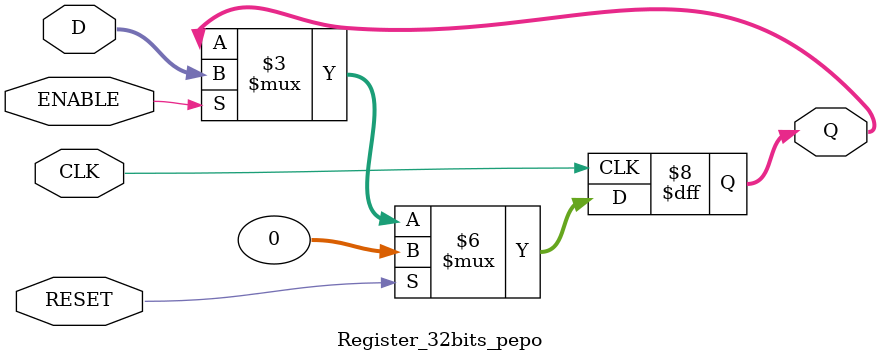
<source format=v>
module Register_32bits_pepo (Q, D, ENABLE, CLK, RESET);

	//Outputs
	output reg [31:0] Q;	//Output bus of the register.

	//Inputs
	input wire [31:0] D;	//Input bus to the register.
	input wire ENABLE;		//Allows the operation of the system.
	input wire CLK;
	input wire RESET;		//Signal used to initialize the register. (This is not a d_latch since its edge trigered!)



	always @ (posedge CLK)
		if(RESET)
			Q <= 32'd0;
		else
			if(ENABLE)
				Q <= #1 D;
			else
				Q <= Q;	

endmodule // Register_32_bits_pepo
</source>
